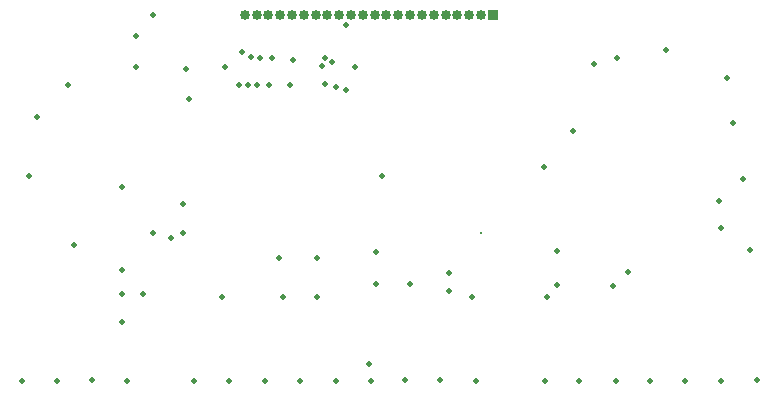
<source format=gbr>
%TF.GenerationSoftware,KiCad,Pcbnew,7.0.7*%
%TF.CreationDate,2024-09-12T05:12:33-04:00*%
%TF.ProjectId,Fluke_LCD,466c756b-655f-44c4-9344-2e6b69636164,rev?*%
%TF.SameCoordinates,Original*%
%TF.FileFunction,Soldermask,Bot*%
%TF.FilePolarity,Negative*%
%FSLAX46Y46*%
G04 Gerber Fmt 4.6, Leading zero omitted, Abs format (unit mm)*
G04 Created by KiCad (PCBNEW 7.0.7) date 2024-09-12 05:12:33*
%MOMM*%
%LPD*%
G01*
G04 APERTURE LIST*
%ADD10R,0.850000X0.850000*%
%ADD11O,0.850000X0.850000*%
%ADD12C,0.500000*%
%ADD13C,0.300000*%
G04 APERTURE END LIST*
D10*
%TO.C,J1*%
X192700000Y-53100000D03*
D11*
X191700000Y-53100000D03*
X190700000Y-53100000D03*
X189700000Y-53100000D03*
X188700000Y-53100000D03*
X187700000Y-53100000D03*
X186700000Y-53100000D03*
X185700000Y-53100000D03*
X184700000Y-53100000D03*
X183700000Y-53100000D03*
X182700000Y-53100000D03*
X181700000Y-53100000D03*
X180700000Y-53100000D03*
X179700000Y-53100000D03*
X178700000Y-53100000D03*
X177700000Y-53100000D03*
X176700000Y-53100000D03*
X175700000Y-53100000D03*
X174700000Y-53100000D03*
X173700000Y-53100000D03*
X172700000Y-53100000D03*
X171700000Y-53100000D03*
%TD*%
D12*
X165473409Y-72026591D03*
X163963000Y-71637000D03*
X177800000Y-77000000D03*
X177800000Y-73750000D03*
D13*
X191700000Y-71628000D03*
D12*
X190900000Y-77000000D03*
X214500000Y-73000000D03*
X213900000Y-67000000D03*
X203250000Y-56750000D03*
X207389091Y-56110909D03*
X201259500Y-57250000D03*
X212500000Y-58500000D03*
X188250000Y-84000000D03*
X162500000Y-57500000D03*
X162500000Y-54900000D03*
X161300000Y-67700000D03*
X163970710Y-53100000D03*
X161300000Y-79100000D03*
X161300000Y-76800000D03*
X161700000Y-84100000D03*
X161300000Y-74700000D03*
X152800000Y-84100000D03*
X155800000Y-84100000D03*
X171500000Y-56250000D03*
X158800000Y-84000000D03*
X171250000Y-59100000D03*
X172233628Y-56733628D03*
X167400000Y-84100000D03*
X172000000Y-59100000D03*
X170400000Y-84100000D03*
X172750000Y-59099833D03*
X173002971Y-56767755D03*
X173750000Y-59100000D03*
X174000000Y-56774500D03*
X173400000Y-84100000D03*
X176400000Y-84100000D03*
X175750000Y-56975500D03*
X175500000Y-59100000D03*
X179400000Y-59250000D03*
X179400000Y-84100000D03*
X178209633Y-57475500D03*
X178500000Y-56750000D03*
X182200000Y-82700000D03*
X180250000Y-54000000D03*
X178500000Y-59000000D03*
X179101832Y-57104086D03*
X180300000Y-59500000D03*
X182400000Y-84100000D03*
X185300000Y-84000000D03*
X191250000Y-84100000D03*
X197100000Y-84100000D03*
X200000000Y-84100000D03*
X203100000Y-84100000D03*
X206000000Y-84100000D03*
X209000000Y-84100000D03*
X212000000Y-84100000D03*
X215100000Y-84000000D03*
X154094500Y-61738000D03*
X157250000Y-72589511D03*
X153400000Y-66750000D03*
X199475500Y-63000000D03*
X213050000Y-62250000D03*
X156775000Y-59025000D03*
X211836000Y-68864000D03*
X212000000Y-71200000D03*
X167000000Y-60250000D03*
X169750000Y-77000000D03*
X166500000Y-69100000D03*
X166500000Y-71600000D03*
X174600000Y-73700000D03*
X174900000Y-77000000D03*
X183300000Y-66800000D03*
X185700000Y-75900000D03*
X182800000Y-73200000D03*
X182800000Y-75900000D03*
X189000000Y-75000000D03*
X189000000Y-76500000D03*
X197300000Y-77000000D03*
X197000000Y-66000000D03*
X198100000Y-76000000D03*
X198100000Y-73100000D03*
X204112500Y-74875500D03*
X202900000Y-76100000D03*
X163100000Y-76750000D03*
X181000000Y-57500000D03*
X166750000Y-57750000D03*
X170000000Y-57500000D03*
M02*

</source>
